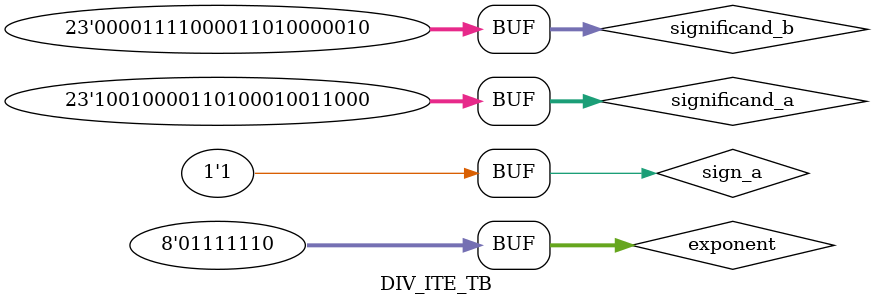
<source format=v>
module ITERATION (operand_1, operand_2, solution);
    input wire [31:0] operand_1, operand_2;
    output wire [31:0] solution;
    wire [31:0] net_intermediate1, net_intermediate2;
    wire flag1, flag2, flag3, flag4, flag5, flag6, flag7;
    
MUL_2021 entity_1 (operand_1, operand_2, flag1, flag2, flag3, net_intermediate1);
//32'h4000_0000 -> 2.
ADD_SUB_2021 entity_2 (32'h4000_0000, {1'b1,net_intermediate1[30:0]}, 1'b0, flag4, net_intermediate2);
MUL_2021 entity_3 (operand_1, net_intermediate2, flag5, flag6, flag7, solution);
endmodule
//------------------------------------------------------------------------------------------------
module DIV_ITE (sign_a, exponent, significand_a, significand_b, solution);
    input wire sign_a;
    input wire [7:0] exponent;
    input wire [22:0] significand_a, significand_b;
    output wire [31:0] solution;
    wire [31:0] divisor, op_a;
    wire [31:0] net;
    wire [31:0] iter0, iter1, iter2, iter3;

    assign divisor = {1'b0,8'd126,significand_b};
    assign op_a = {sign_a,exponent,significand_a};

    wire flag1, flag2, flag3;
//32'hC00B_4B4B = (-37)/17
MUL_2021 entity_4 (32'hC00B_4B4B, divisor, flag1, flag2, flag3, net);

    wire flag4;
//32'h4034_B4B5 = 48/17
ADD_SUB_2021 entity_5 (net, 32'h4034_B4B5, 1'b0, flag4, iter0);

ITERATION entity_6 (iter0, divisor, iter1);
ITERATION entity_7 (iter1, divisor, iter2);
ITERATION entity_8 (iter2, divisor, iter3);

    wire flag5, flag6, flag7;
MUL_2021 entity_9 (iter3, op_a, flag5, flag6, flag7, solution);
endmodule
//------------------------------------------------------------------------------------------------

`timescale 1ns/1ps
module DIV_ITE_TB;
    reg sign_a;
    reg [7:0] exponent;
    reg [22:0] significand_a, significand_b;
    wire [31:0] solution;

DIV_ITE uut (sign_a, exponent, significand_a, significand_b, solution);
    initial begin
        #10
        sign_a = 1'b1;
        exponent = 8'b01111111;
        significand_a = 23'b00110101111111110101111;
        significand_b = 23'b01011010110101010111000; // solution = 32'hBFE4_CF9C
        #10
        sign_a = 1'b1;
        exponent = 8'b10000100;
        significand_a = 23'b01010111010011100111010;
        significand_b = 23'b11000001100011111010010; // solution = 32'hC243_    7E70
        #10
        sign_a = 1'b1;
        exponent = 8'b01111110;
        significand_a = 23'b10010000110100010011000;
        significand_b = 23'b00001111000011010000010; // solution = 32'hBF3D_47CA
    end
endmodule
</source>
